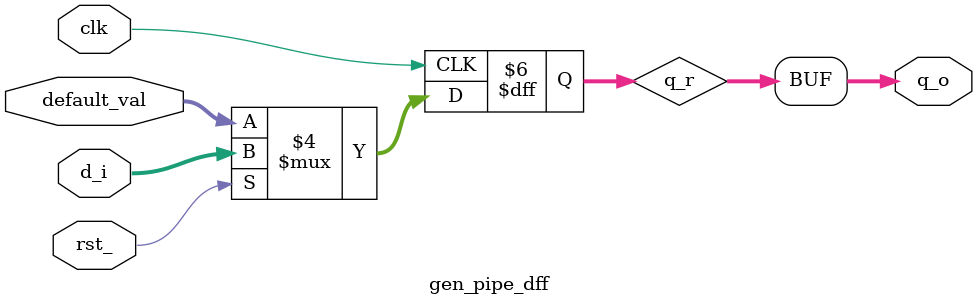
<source format=v>
module gen_pipe_dff #(
    parameter DW = 32
) (
    input wire clk,
    input wire rst_,

    input wire[DW-1:0] default_val,
    input wire[DW-1:0] d_i,
    output wire[DW-1:0] q_o
);

reg[DW-1:0] q_r;

always @ (posedge clk) begin
    if (!rst_) begin
        q_r <= default_val;
    end else begin
        q_r <= d_i;
    end
end

assign q_o = q_r;

endmodule
</source>
